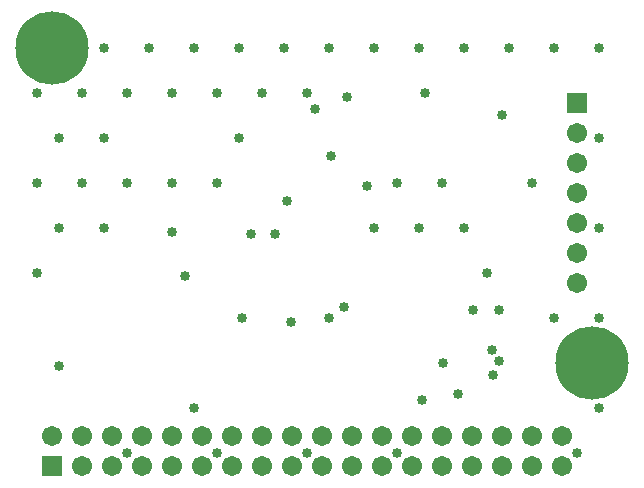
<source format=gbs>
G04*
G04 #@! TF.GenerationSoftware,Altium Limited,Altium Designer,21.2.2 (38)*
G04*
G04 Layer_Color=16711935*
%FSLAX25Y25*%
%MOIN*%
G70*
G04*
G04 #@! TF.SameCoordinates,52F74DFF-F1B3-44F2-A22A-B2578409EFCC*
G04*
G04*
G04 #@! TF.FilePolarity,Negative*
G04*
G01*
G75*
%ADD39C,0.06706*%
%ADD40R,0.06706X0.06706*%
%ADD41C,0.24422*%
%ADD42R,0.06706X0.06706*%
%ADD43C,0.03359*%
D39*
X345000Y186500D02*
D03*
Y176500D02*
D03*
Y196500D02*
D03*
Y206500D02*
D03*
Y226500D02*
D03*
Y216500D02*
D03*
X340000Y125500D02*
D03*
Y115500D02*
D03*
X330000Y125500D02*
D03*
Y115500D02*
D03*
X320000Y125500D02*
D03*
Y115500D02*
D03*
X310000Y125500D02*
D03*
Y115500D02*
D03*
X300000Y125500D02*
D03*
Y115500D02*
D03*
X290000Y125500D02*
D03*
Y115500D02*
D03*
X280000Y125500D02*
D03*
Y115500D02*
D03*
X270000Y125500D02*
D03*
Y115500D02*
D03*
X260000Y125500D02*
D03*
Y115500D02*
D03*
X250000Y125500D02*
D03*
Y115500D02*
D03*
X240000Y125500D02*
D03*
Y115500D02*
D03*
X230000Y125500D02*
D03*
Y115500D02*
D03*
X220000Y125500D02*
D03*
Y115500D02*
D03*
X210000Y125500D02*
D03*
Y115500D02*
D03*
X200000Y125500D02*
D03*
Y115500D02*
D03*
X190000Y125500D02*
D03*
Y115500D02*
D03*
X180000Y125500D02*
D03*
Y115500D02*
D03*
X170000Y125500D02*
D03*
D40*
X345000Y236500D02*
D03*
D41*
X350000Y150000D02*
D03*
X170000Y255000D02*
D03*
D42*
Y115500D02*
D03*
D43*
X263000Y219000D02*
D03*
X233279Y165000D02*
D03*
X352500Y255000D02*
D03*
Y225000D02*
D03*
Y195000D02*
D03*
Y165000D02*
D03*
Y135000D02*
D03*
X345000Y120000D02*
D03*
X337500Y255000D02*
D03*
X330000Y210000D02*
D03*
X337500Y165000D02*
D03*
X322500Y255000D02*
D03*
X315000Y180000D02*
D03*
X307500Y255000D02*
D03*
X300000Y210000D02*
D03*
X307500Y195000D02*
D03*
X292500Y255000D02*
D03*
X285000Y210000D02*
D03*
X292500Y195000D02*
D03*
X285000Y120000D02*
D03*
X277500Y255000D02*
D03*
Y195000D02*
D03*
X262500Y255000D02*
D03*
X255000Y240000D02*
D03*
X262500Y165000D02*
D03*
X255000Y120000D02*
D03*
X247500Y255000D02*
D03*
X240000Y240000D02*
D03*
X232500Y255000D02*
D03*
X225000Y240000D02*
D03*
X232500Y225000D02*
D03*
X225000Y210000D02*
D03*
Y120000D02*
D03*
X217500Y255000D02*
D03*
X210000Y240000D02*
D03*
Y210000D02*
D03*
X217500Y135000D02*
D03*
X202500Y255000D02*
D03*
X195000Y240000D02*
D03*
Y210000D02*
D03*
Y120000D02*
D03*
X187500Y255000D02*
D03*
X180000Y240000D02*
D03*
X187500Y225000D02*
D03*
X180000Y210000D02*
D03*
X187500Y195000D02*
D03*
X165000Y240000D02*
D03*
X172500Y225000D02*
D03*
X165000Y210000D02*
D03*
X172500Y195000D02*
D03*
X165000Y180000D02*
D03*
X210000Y193500D02*
D03*
X317000Y146000D02*
D03*
X244500Y193000D02*
D03*
X293500Y137500D02*
D03*
X300215Y149990D02*
D03*
X320000Y232500D02*
D03*
X236500Y193000D02*
D03*
X214500Y179000D02*
D03*
X268500Y238500D02*
D03*
X275000Y209000D02*
D03*
X294500Y240000D02*
D03*
X248500Y204000D02*
D03*
X310500Y167500D02*
D03*
X267500Y168500D02*
D03*
X319000Y167500D02*
D03*
X172500Y149000D02*
D03*
X257836Y234586D02*
D03*
X249748Y163500D02*
D03*
X305500Y139500D02*
D03*
X319000Y150500D02*
D03*
X316721Y154251D02*
D03*
M02*

</source>
